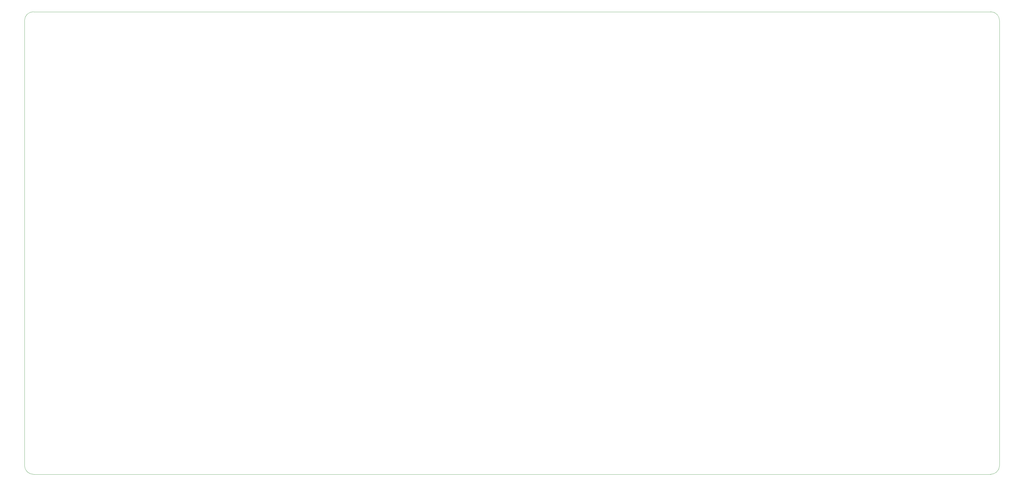
<source format=gbr>
%TF.GenerationSoftware,KiCad,Pcbnew,7.0.5*%
%TF.CreationDate,2023-07-28T19:17:22-07:00*%
%TF.ProjectId,BrookHitbox,42726f6f-6b48-4697-9462-6f782e6b6963,rev?*%
%TF.SameCoordinates,Original*%
%TF.FileFunction,Profile,NP*%
%FSLAX46Y46*%
G04 Gerber Fmt 4.6, Leading zero omitted, Abs format (unit mm)*
G04 Created by KiCad (PCBNEW 7.0.5) date 2023-07-28 19:17:22*
%MOMM*%
%LPD*%
G01*
G04 APERTURE LIST*
%TA.AperFunction,Profile*%
%ADD10C,0.100000*%
%TD*%
G04 APERTURE END LIST*
D10*
X50750000Y-68250000D02*
G75*
G03*
X47750000Y-71250000I0J-3000000D01*
G01*
X47750000Y-223500000D02*
G75*
G03*
X50750000Y-226500000I3000000J0D01*
G01*
X378250000Y-226500000D02*
G75*
G03*
X381250000Y-223500000I0J3000000D01*
G01*
X381250000Y-71250000D02*
G75*
G03*
X378250000Y-68250000I-3000000J0D01*
G01*
X378250000Y-226500000D02*
X50750000Y-226500000D01*
X47750000Y-71250000D02*
X47750000Y-223500000D01*
X378250000Y-68250000D02*
X50750000Y-68250000D01*
X381250000Y-71250000D02*
X381250000Y-223500000D01*
M02*

</source>
